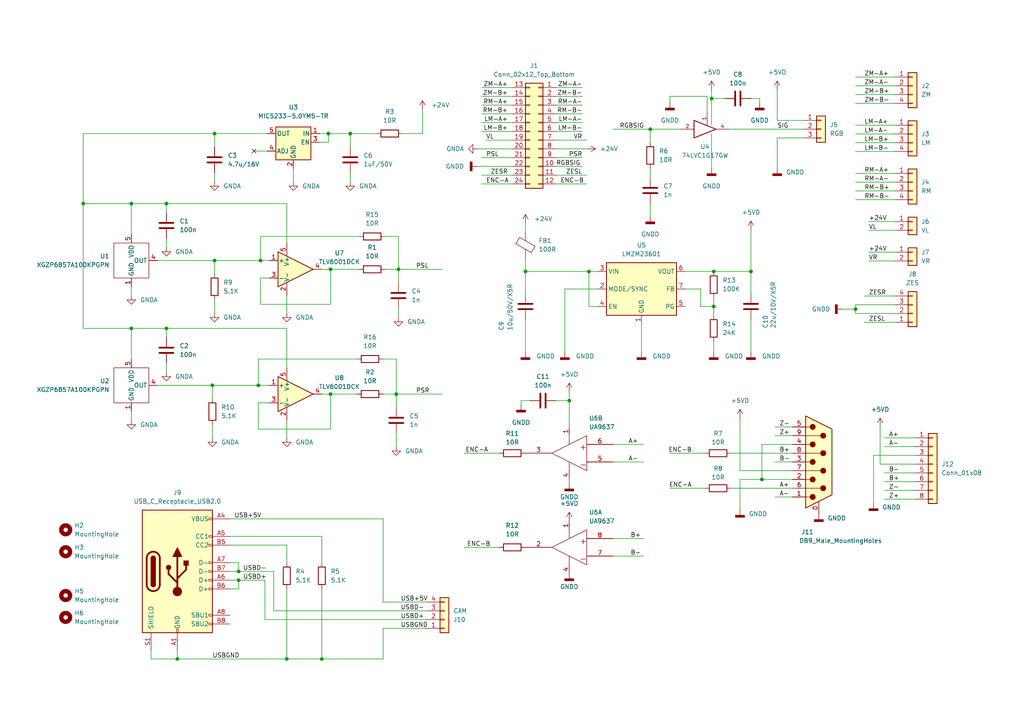
<source format=kicad_sch>
(kicad_sch (version 20211123) (generator eeschema)
  (paper "A4")
  (lib_symbols
    (symbol "74xGxx:74AHCT1G126" (pin_names (offset 1.016))
      (property "Reference" "U" (at -2.54 3.81 0))
      (property "Value" "74AHCT1G126" (at 0 -3.81 0))
      (symbol "74AHCT1G126_1_1"
        (pin input line (at 0 5.08 270) (length 3.937) (name "~") (number "1"))
        (pin input line (at -7.62 0 0) (length 3.81) (name "~") (number "2"))
        (pin power_in line (at 1.27 -1.27 270) (length 0) hide (name "GND") (number "3"))
        (pin tri_state line (at 6.35 0 180) (length 3.81) (name "~") (number "4"))
        (pin power_in line (at 1.27 1.27 90) (length 0) hide (name "VCC") (number "5"))
      )
    )
    (symbol "Amplifier_Operational:TLV6001DCK" (pin_names (offset 0.127))
      (property "Reference" "U" (at 7.62 2.54 0))
      (property "Value" "TLV6001DCK" (at 11.43 -2.54 0))
      (symbol "TLV6001DCK_1_1"
        (pin input line (at -5.08 2.54 0) (length 2.54) (name "+") (number "1"))
        (pin power_in line (at 0 -7.62 90) (length 3.81) (name "V-") (number "2"))
        (pin input line (at -5.08 -2.54 0) (length 2.54) (name "-") (number "3"))
        (pin output line (at 10.16 0 180) (length 2.54) (name "~") (number "4"))
        (pin power_in line (at 0 7.62 270) (length 3.81) (name "V+") (number "5"))
      )
    )
    (symbol "Connector:DB9_Male_MountingHoles" (pin_names (offset 1.016) hide)
      (property "Reference" "J" (at 0 16.51 0))
      (property "Value" "DB9_Male_MountingHoles" (at 0 14.605 0))
      (symbol "DB9_Male_MountingHoles_1_1"
        (pin passive line (at 0 -15.24 90) (length 3.81) (name "PAD") (number "0"))
        (pin passive line (at -7.62 -10.16 0) (length 3.81) (name "1") (number "1"))
        (pin passive line (at -7.62 -5.08 0) (length 3.81) (name "2") (number "2"))
        (pin passive line (at -7.62 0 0) (length 3.81) (name "3") (number "3"))
        (pin passive line (at -7.62 5.08 0) (length 3.81) (name "4") (number "4"))
        (pin passive line (at -7.62 10.16 0) (length 3.81) (name "5") (number "5"))
        (pin passive line (at -7.62 -7.62 0) (length 3.81) (name "6") (number "6"))
        (pin passive line (at -7.62 -2.54 0) (length 3.81) (name "7") (number "7"))
        (pin passive line (at -7.62 2.54 0) (length 3.81) (name "8") (number "8"))
        (pin passive line (at -7.62 7.62 0) (length 3.81) (name "9") (number "9"))
      )
    )
    (symbol "Connector:USB_C_Receptacle_USB2.0" (pin_names (offset 1.016))
      (property "Reference" "J" (at -10.16 19.05 0))
      (property "Value" "USB_C_Receptacle_USB2.0" (at 19.05 19.05 0))
      (symbol "USB_C_Receptacle_USB2.0_1_1"
        (pin passive line (at 0 -22.86 90) (length 5.08) (name "GND") (number "A1"))
        (pin passive line (at 0 -22.86 90) (length 5.08) hide (name "GND") (number "A12"))
        (pin passive line (at 15.24 15.24 180) (length 5.08) (name "VBUS") (number "A4"))
        (pin bidirectional line (at 15.24 10.16 180) (length 5.08) (name "CC1") (number "A5"))
        (pin bidirectional line (at 15.24 -2.54 180) (length 5.08) (name "D+") (number "A6"))
        (pin bidirectional line (at 15.24 2.54 180) (length 5.08) (name "D-") (number "A7"))
        (pin bidirectional line (at 15.24 -12.7 180) (length 5.08) (name "SBU1") (number "A8"))
        (pin passive line (at 15.24 15.24 180) (length 5.08) hide (name "VBUS") (number "A9"))
        (pin passive line (at 0 -22.86 90) (length 5.08) hide (name "GND") (number "B1"))
        (pin passive line (at 0 -22.86 90) (length 5.08) hide (name "GND") (number "B12"))
        (pin passive line (at 15.24 15.24 180) (length 5.08) hide (name "VBUS") (number "B4"))
        (pin bidirectional line (at 15.24 7.62 180) (length 5.08) (name "CC2") (number "B5"))
        (pin bidirectional line (at 15.24 -5.08 180) (length 5.08) (name "D+") (number "B6"))
        (pin bidirectional line (at 15.24 0 180) (length 5.08) (name "D-") (number "B7"))
        (pin bidirectional line (at 15.24 -15.24 180) (length 5.08) (name "SBU2") (number "B8"))
        (pin passive line (at 15.24 15.24 180) (length 5.08) hide (name "VBUS") (number "B9"))
        (pin passive line (at -7.62 -22.86 90) (length 5.08) (name "SHIELD") (number "S1"))
      )
    )
    (symbol "Connector_Generic:Conn_01x02" (pin_names (offset 1.016) hide)
      (property "Reference" "J" (at 0 2.54 0))
      (property "Value" "Conn_01x02" (at 0 -5.08 0))
      (symbol "Conn_01x02_1_1"
        (pin passive line (at -5.08 0 0) (length 3.81) (name "Pin_1") (number "1"))
        (pin passive line (at -5.08 -2.54 0) (length 3.81) (name "Pin_2") (number "2"))
      )
    )
    (symbol "Connector_Generic:Conn_01x03" (pin_names (offset 1.016) hide)
      (property "Reference" "J" (at 0 5.08 0))
      (property "Value" "Conn_01x03" (at 0 -5.08 0))
      (symbol "Conn_01x03_1_1"
        (pin passive line (at -5.08 2.54 0) (length 3.81) (name "Pin_1") (number "1"))
        (pin passive line (at -5.08 0 0) (length 3.81) (name "Pin_2") (number "2"))
        (pin passive line (at -5.08 -2.54 0) (length 3.81) (name "Pin_3") (number "3"))
      )
    )
    (symbol "Connector_Generic:Conn_01x04" (pin_names (offset 1.016) hide)
      (property "Reference" "J" (at 0 5.08 0))
      (property "Value" "Conn_01x04" (at 0 -7.62 0))
      (symbol "Conn_01x04_1_1"
        (pin passive line (at -5.08 2.54 0) (length 3.81) (name "Pin_1") (number "1"))
        (pin passive line (at -5.08 0 0) (length 3.81) (name "Pin_2") (number "2"))
        (pin passive line (at -5.08 -2.54 0) (length 3.81) (name "Pin_3") (number "3"))
        (pin passive line (at -5.08 -5.08 0) (length 3.81) (name "Pin_4") (number "4"))
      )
    )
    (symbol "Connector_Generic:Conn_01x08" (pin_names (offset 1.016) hide)
      (property "Reference" "J" (at 0 10.16 0))
      (property "Value" "Conn_01x08" (at 0 -12.7 0))
      (symbol "Conn_01x08_1_1"
        (pin passive line (at -5.08 7.62 0) (length 3.81) (name "Pin_1") (number "1"))
        (pin passive line (at -5.08 5.08 0) (length 3.81) (name "Pin_2") (number "2"))
        (pin passive line (at -5.08 2.54 0) (length 3.81) (name "Pin_3") (number "3"))
        (pin passive line (at -5.08 0 0) (length 3.81) (name "Pin_4") (number "4"))
        (pin passive line (at -5.08 -2.54 0) (length 3.81) (name "Pin_5") (number "5"))
        (pin passive line (at -5.08 -5.08 0) (length 3.81) (name "Pin_6") (number "6"))
        (pin passive line (at -5.08 -7.62 0) (length 3.81) (name "Pin_7") (number "7"))
        (pin passive line (at -5.08 -10.16 0) (length 3.81) (name "Pin_8") (number "8"))
      )
    )
    (symbol "Connector_Generic:Conn_02x12_Top_Bottom" (pin_names (offset 1.016) hide)
      (property "Reference" "J" (at 1.27 15.24 0))
      (property "Value" "Conn_02x12_Top_Bottom" (at 1.27 -17.78 0))
      (symbol "Conn_02x12_Top_Bottom_1_1"
        (pin passive line (at -5.08 12.7 0) (length 3.81) (name "Pin_1") (number "1"))
        (pin passive line (at -5.08 -10.16 0) (length 3.81) (name "Pin_10") (number "10"))
        (pin passive line (at -5.08 -12.7 0) (length 3.81) (name "Pin_11") (number "11"))
        (pin passive line (at -5.08 -15.24 0) (length 3.81) (name "Pin_12") (number "12"))
        (pin passive line (at 7.62 12.7 180) (length 3.81) (name "Pin_13") (number "13"))
        (pin passive line (at 7.62 10.16 180) (length 3.81) (name "Pin_14") (number "14"))
        (pin passive line (at 7.62 7.62 180) (length 3.81) (name "Pin_15") (number "15"))
        (pin passive line (at 7.62 5.08 180) (length 3.81) (name "Pin_16") (number "16"))
        (pin passive line (at 7.62 2.54 180) (length 3.81) (name "Pin_17") (number "17"))
        (pin passive line (at 7.62 0 180) (length 3.81) (name "Pin_18") (number "18"))
        (pin passive line (at 7.62 -2.54 180) (length 3.81) (name "Pin_19") (number "19"))
        (pin passive line (at -5.08 10.16 0) (length 3.81) (name "Pin_2") (number "2"))
        (pin passive line (at 7.62 -5.08 180) (length 3.81) (name "Pin_20") (number "20"))
        (pin passive line (at 7.62 -7.62 180) (length 3.81) (name "Pin_21") (number "21"))
        (pin passive line (at 7.62 -10.16 180) (length 3.81) (name "Pin_22") (number "22"))
        (pin passive line (at 7.62 -12.7 180) (length 3.81) (name "Pin_23") (number "23"))
        (pin passive line (at 7.62 -15.24 180) (length 3.81) (name "Pin_24") (number "24"))
        (pin passive line (at -5.08 7.62 0) (length 3.81) (name "Pin_3") (number "3"))
        (pin passive line (at -5.08 5.08 0) (length 3.81) (name "Pin_4") (number "4"))
        (pin passive line (at -5.08 2.54 0) (length 3.81) (name "Pin_5") (number "5"))
        (pin passive line (at -5.08 0 0) (length 3.81) (name "Pin_6") (number "6"))
        (pin passive line (at -5.08 -2.54 0) (length 3.81) (name "Pin_7") (number "7"))
        (pin passive line (at -5.08 -5.08 0) (length 3.81) (name "Pin_8") (number "8"))
        (pin passive line (at -5.08 -7.62 0) (length 3.81) (name "Pin_9") (number "9"))
      )
    )
    (symbol "Device:C" (pin_numbers hide) (pin_names (offset 0.254))
      (property "Reference" "C" (at 0.635 2.54 0))
      (property "Value" "C" (at 0.635 -2.54 0))
      (symbol "C_1_1"
        (pin passive line (at 0 3.81 270) (length 2.794) (name "~") (number "1"))
        (pin passive line (at 0 -3.81 90) (length 2.794) (name "~") (number "2"))
      )
    )
    (symbol "Device:FerriteBead" (pin_numbers hide) (pin_names (offset 0))
      (property "Reference" "FB" (at -3.81 0.635 90))
      (property "Value" "FerriteBead" (at 3.81 0 90))
      (symbol "FerriteBead_1_1"
        (pin passive line (at 0 3.81 270) (length 2.54) (name "~") (number "1"))
        (pin passive line (at 0 -3.81 90) (length 2.54) (name "~") (number "2"))
      )
    )
    (symbol "Device:R" (pin_numbers hide) (pin_names (offset 0))
      (property "Reference" "R" (at 2.032 0 90))
      (property "Value" "R" (at 0 0 90))
      (symbol "R_1_1"
        (pin passive line (at 0 3.81 270) (length 1.27) (name "~") (number "1"))
        (pin passive line (at 0 -3.81 90) (length 1.27) (name "~") (number "2"))
      )
    )
    (symbol "Interface_LineDriver:UA9637" (pin_names (offset 1.016) hide)
      (property "Reference" "U" (at -5.08 7.62 0))
      (property "Value" "UA9637" (at 5.08 5.08 0))
      (symbol "UA9637_0_1"
        (text "+" (at -4.064 1.8034 0) (effects (font (size 1.778 1.778))))
        (text "-" (at -4.064 -3.2766 0) (effects (font (size 1.778 1.778))))
      )
      (symbol "UA9637_1_1"
        (pin power_in line (at 0 7.62 270) (length 2.54) (name "VCC") (number "1"))
        (pin output line (at 12.7 0 180) (length 7.62) (name "OUT") (number "2"))
        (pin power_in line (at 0 -7.62 90) (length 2.54) (name "GND") (number "4"))
        (pin input line (at -12.7 -2.54 0) (length 7.62) (name "IN-") (number "7"))
        (pin input line (at -12.7 2.54 0) (length 7.62) (name "IN+") (number "8"))
      )
      (symbol "UA9637_2_1"
        (pin power_in line (at 0 7.62 270) (length 2.54) (name "VCC") (number "1"))
        (pin output line (at 12.7 0 180) (length 7.62) (name "OUT") (number "3"))
        (pin power_in line (at 0 -7.62 90) (length 2.54) (name "GND") (number "4"))
        (pin input line (at -12.7 -2.54 0) (length 7.62) (name "IN-") (number "5"))
        (pin input line (at -12.7 2.54 0) (length 7.62) (name "IN+") (number "6"))
      )
    )
    (symbol "Mechanical:MountingHole" (pin_names (offset 1.016))
      (property "Reference" "H" (at 0 5.08 0))
      (property "Value" "MountingHole" (at 0 3.175 0))
    )
    (symbol "Project:XGZP6857A"
      (property "Reference" "U" (at -16.51 0 0))
      (property "Value" "XGZP6857A" (at -11.43 -2.54 0))
      (symbol "XGZP6857A_1_1"
        (pin power_in line (at 0 -7.62 90) (length 2.54) (name "GND") (number "1"))
        (pin power_in line (at 7.62 0 180) (length 2.54) (name "OUT") (number "4"))
        (pin power_in line (at 0 7.62 270) (length 2.54) (name "VDD") (number "5"))
      )
    )
    (symbol "Regulator_Linear:MIC5205YM5" (pin_names (offset 0.254))
      (property "Reference" "U" (at -3.81 5.715 0))
      (property "Value" "MIC5205YM5" (at 0 5.715 0))
      (symbol "MIC5205YM5_1_1"
        (pin power_in line (at -7.62 2.54 0) (length 2.54) (name "IN") (number "1"))
        (pin power_in line (at 0 -7.62 90) (length 2.54) (name "GND") (number "2"))
        (pin input line (at -7.62 0 0) (length 2.54) (name "EN") (number "3"))
        (pin input line (at 7.62 -2.54 180) (length 2.54) (name "ADJ") (number "4"))
        (pin power_out line (at 7.62 2.54 180) (length 2.54) (name "OUT") (number "5"))
      )
    )
    (symbol "Regulator_Switching:LMZM23601"
      (property "Reference" "U" (at -8.89 8.89 0))
      (property "Value" "LMZM23601" (at 6.35 8.89 0))
      (symbol "LMZM23601_1_1"
        (pin power_in line (at 0 -10.16 90) (length 2.54) (name "GND") (number "1"))
        (pin no_connect line (at -2.54 -7.62 90) (length 2.54) hide (name "~") (number "10"))
        (pin passive line (at 0 -10.16 90) (length 2.54) hide (name "GND") (number "11"))
        (pin input line (at -12.7 0 0) (length 2.54) (name "MODE/SYNC") (number "2"))
        (pin power_in line (at -12.7 5.08 0) (length 2.54) (name "VIN") (number "3"))
        (pin input line (at -12.7 -5.08 0) (length 2.54) (name "EN") (number "4"))
        (pin open_collector line (at 12.7 -5.08 180) (length 2.54) (name "PG") (number "5"))
        (pin power_out line (at 12.7 5.08 180) (length 2.54) (name "VOUT") (number "6"))
        (pin input line (at 12.7 0 180) (length 2.54) (name "FB") (number "7"))
        (pin no_connect line (at 5.08 -7.62 90) (length 2.54) hide (name "~") (number "8"))
        (pin no_connect line (at 2.54 -7.62 90) (length 2.54) hide (name "~") (number "9"))
      )
    )
    (symbol "XGZP6857A_1"
      (property "Reference" "U" (at -16.51 0 0))
      (property "Value" "XGZP6857A_1" (at -11.43 -2.54 0))
      (symbol "XGZP6857A_1_1_1"
        (pin power_in line (at 0 -7.62 90) (length 2.54) (name "GND") (number "1"))
        (pin power_in line (at 7.62 0 180) (length 2.54) (name "OUT") (number "4"))
        (pin power_in line (at 0 7.62 270) (length 2.54) (name "VDD") (number "5"))
      )
    )
    (symbol "power:+24V" (power) (pin_names (offset 0))
      (property "Value" "+24V" (at 0 3.556 0))
      (symbol "+24V_1_1"
        (pin power_in line (at 0 0 90) (length 0) hide (name "+24V") (number "1"))
      )
    )
    (symbol "power:+5VD" (power) (pin_names (offset 0))
      (property "Value" "+5VD" (at 0 3.556 0))
      (symbol "+5VD_1_1"
        (pin power_in line (at 0 0 90) (length 0) hide (name "+5VD") (number "1"))
      )
    )
    (symbol "power:GNDA" (power) (pin_names (offset 0))
      (property "Value" "GNDA" (at 0 -3.81 0))
      (symbol "GNDA_1_1"
        (pin power_in line (at 0 0 270) (length 0) hide (name "GNDA") (number "1"))
      )
    )
    (symbol "power:GNDD" (power) (pin_names (offset 0))
      (property "Value" "GNDD" (at 0 -3.175 0))
      (symbol "GNDD_1_1"
        (pin power_in line (at 0 0 270) (length 0) hide (name "GNDD") (number "1"))
      )
    )
  )
  (junction (at 206.375 28.575))
  (junction (at 165.1 116.205))
  (junction (at 38.1 59.055))
  (junction (at 69.215 165.735))
  (junction (at 95.885 78.105))
  (junction (at 248.158 89.662))
  (junction (at 38.1 95.25))
  (junction (at 51.435 191.135))
  (junction (at 24.13 59.055))
  (junction (at 69.215 168.275))
  (junction (at 75.565 75.565))
  (junction (at 62.23 75.565))
  (junction (at 48.26 59.055))
  (junction (at 207.01 88.9))
  (junction (at 101.6 38.735))
  (junction (at 74.93 111.76))
  (junction (at 93.345 191.135))
  (junction (at 217.805 78.74))
  (junction (at 95.885 114.3))
  (junction (at 207.01 78.74))
  (junction (at 83.185 191.135))
  (junction (at 48.26 95.25))
  (junction (at 170.815 78.74))
  (junction (at 62.23 38.735))
  (junction (at 95.25 38.735))
  (junction (at 115.57 78.105))
  (junction (at 61.595 111.76))
  (junction (at 152.4 78.74))
  (junction (at 188.595 37.465))
  (junction (at 114.935 114.3))
  (junction (at 220.98 139.065))
  (no_connect (at 73.66 43.815))
  (wire (pts (xy 207.01 88.9) (xy 207.01 91.44)))
  (wire (pts (xy 173.355 88.9) (xy 170.815 88.9)))
  (wire (pts (xy 212.09 131.445) (xy 229.87 131.445)))
  (wire (pts (xy 95.885 114.3) (xy 103.505 114.3)))
  (wire (pts (xy 206.375 28.575) (xy 206.375 36.195)))
  (wire (pts (xy 38.1 59.055) (xy 38.1 67.945)))
  (wire (pts (xy 251.968 73.152) (xy 259.588 73.152)))
  (wire (pts (xy 229.87 139.065) (xy 220.98 139.065)))
  (wire (pts (xy 188.595 37.465) (xy 197.485 37.465)))
  (wire (pts (xy 203.2 83.82) (xy 203.2 88.9)))
  (wire (pts (xy 248.158 36.322) (xy 259.588 36.322)))
  (wire (pts (xy 170.815 78.74) (xy 173.355 78.74)))
  (wire (pts (xy 66.675 150.495) (xy 111.125 150.495)))
  (wire (pts (xy 92.71 41.275) (xy 95.25 41.275)))
  (wire (pts (xy 256.54 129.54) (xy 265.43 129.54)))
  (wire (pts (xy 186.055 93.98) (xy 186.055 102.235)))
  (wire (pts (xy 161.29 40.64) (xy 170.18 40.64)))
  (wire (pts (xy 85.09 48.895) (xy 85.09 52.705)))
  (wire (pts (xy 74.93 104.14) (xy 74.93 111.76)))
  (wire (pts (xy 24.13 59.055) (xy 24.13 38.735)))
  (wire (pts (xy 168.91 27.94) (xy 161.29 27.94)))
  (wire (pts (xy 206.375 38.735) (xy 206.375 48.895)))
  (wire (pts (xy 253.365 146.05) (xy 253.365 132.08)))
  (wire (pts (xy 206.375 26.035) (xy 206.375 28.575)))
  (wire (pts (xy 134.62 131.445) (xy 144.78 131.445)))
  (wire (pts (xy 83.185 95.25) (xy 48.26 95.25)))
  (wire (pts (xy 115.57 78.105) (xy 111.76 78.105)))
  (wire (pts (xy 225.425 40.005) (xy 233.045 40.005)))
  (wire (pts (xy 165.1 139.065) (xy 165.1 140.335)))
  (wire (pts (xy 138.43 43.18) (xy 148.59 43.18)))
  (wire (pts (xy 225.425 34.925) (xy 233.045 34.925)))
  (wire (pts (xy 66.675 155.575) (xy 93.345 155.575)))
  (wire (pts (xy 168.91 33.02) (xy 161.29 33.02)))
  (wire (pts (xy 148.59 27.94) (xy 139.7 27.94)))
  (wire (pts (xy 93.345 155.575) (xy 93.345 163.195)))
  (wire (pts (xy 48.26 59.055) (xy 38.1 59.055)))
  (wire (pts (xy 104.14 68.58) (xy 75.565 68.58)))
  (wire (pts (xy 69.215 168.275) (xy 76.835 168.275)))
  (wire (pts (xy 168.91 30.48) (xy 161.29 30.48)))
  (wire (pts (xy 250.698 93.472) (xy 259.588 93.472)))
  (wire (pts (xy 115.57 78.105) (xy 128.27 78.105)))
  (wire (pts (xy 74.93 124.46) (xy 95.885 124.46)))
  (wire (pts (xy 168.91 25.4) (xy 161.29 25.4)))
  (wire (pts (xy 217.805 28.575) (xy 220.345 28.575)))
  (wire (pts (xy 177.8 133.985) (xy 186.69 133.985)))
  (wire (pts (xy 152.4 78.74) (xy 170.815 78.74)))
  (wire (pts (xy 78.105 80.645) (xy 75.565 80.645)))
  (wire (pts (xy 214.63 121.285) (xy 214.63 136.525)))
  (wire (pts (xy 148.59 48.26) (xy 138.43 48.26)))
  (wire (pts (xy 66.675 165.735) (xy 69.215 165.735)))
  (wire (pts (xy 188.595 41.275) (xy 188.595 37.465)))
  (wire (pts (xy 177.8 37.465) (xy 188.595 37.465)))
  (wire (pts (xy 210.185 28.575) (xy 206.375 28.575)))
  (wire (pts (xy 115.57 89.535) (xy 115.57 92.075)))
  (wire (pts (xy 79.375 165.735) (xy 79.375 177.165)))
  (wire (pts (xy 194.31 27.94) (xy 194.31 29.845)))
  (wire (pts (xy 62.23 86.995) (xy 62.23 90.805)))
  (wire (pts (xy 248.158 29.972) (xy 259.588 29.972)))
  (wire (pts (xy 163.83 83.82) (xy 173.355 83.82)))
  (wire (pts (xy 76.835 179.705) (xy 123.825 179.705)))
  (wire (pts (xy 188.595 48.895) (xy 188.595 51.435)))
  (wire (pts (xy 61.595 111.76) (xy 61.595 115.57)))
  (wire (pts (xy 161.29 116.205) (xy 165.1 116.205)))
  (wire (pts (xy 255.27 134.62) (xy 255.27 123.825)))
  (wire (pts (xy 111.76 68.58) (xy 115.57 68.58)))
  (wire (pts (xy 78.105 116.84) (xy 74.93 116.84)))
  (wire (pts (xy 114.935 104.14) (xy 111.125 104.14)))
  (wire (pts (xy 48.26 61.595) (xy 48.26 59.055)))
  (wire (pts (xy 134.62 158.75) (xy 144.78 158.75)))
  (wire (pts (xy 66.675 168.275) (xy 69.215 168.275)))
  (wire (pts (xy 256.54 144.78) (xy 265.43 144.78)))
  (wire (pts (xy 163.83 83.82) (xy 163.83 102.235)))
  (wire (pts (xy 93.345 78.105) (xy 95.885 78.105)))
  (wire (pts (xy 194.31 27.94) (xy 205.105 27.94)))
  (wire (pts (xy 248.158 89.662) (xy 248.158 88.392)))
  (wire (pts (xy 250.698 85.852) (xy 259.588 85.852)))
  (wire (pts (xy 95.25 38.735) (xy 101.6 38.735)))
  (wire (pts (xy 43.815 188.595) (xy 43.815 191.135)))
  (wire (pts (xy 244.348 89.662) (xy 248.158 89.662)))
  (wire (pts (xy 152.4 74.93) (xy 152.4 78.74)))
  (wire (pts (xy 165.1 113.665) (xy 165.1 116.205)))
  (wire (pts (xy 211.455 37.465) (xy 233.045 37.465)))
  (wire (pts (xy 148.59 25.4) (xy 139.7 25.4)))
  (wire (pts (xy 177.8 156.21) (xy 186.69 156.21)))
  (wire (pts (xy 38.1 95.25) (xy 38.1 104.14)))
  (wire (pts (xy 62.23 50.165) (xy 62.23 52.705)))
  (wire (pts (xy 95.885 78.105) (xy 104.14 78.105)))
  (wire (pts (xy 170.18 53.34) (xy 161.29 53.34)))
  (wire (pts (xy 83.185 59.055) (xy 48.26 59.055)))
  (wire (pts (xy 220.98 139.065) (xy 214.63 139.065)))
  (wire (pts (xy 95.25 41.275) (xy 95.25 38.735)))
  (wire (pts (xy 207.01 86.36) (xy 207.01 88.9)))
  (wire (pts (xy 61.595 111.76) (xy 74.93 111.76)))
  (wire (pts (xy 214.63 139.065) (xy 214.63 147.955)))
  (wire (pts (xy 152.4 85.09) (xy 152.4 78.74)))
  (wire (pts (xy 251.968 64.262) (xy 259.588 64.262)))
  (wire (pts (xy 95.885 88.265) (xy 95.885 78.105)))
  (wire (pts (xy 116.84 38.735) (xy 122.555 38.735)))
  (wire (pts (xy 24.13 38.735) (xy 62.23 38.735)))
  (wire (pts (xy 248.158 57.912) (xy 259.588 57.912)))
  (wire (pts (xy 48.26 97.79) (xy 48.26 95.25)))
  (wire (pts (xy 74.93 104.14) (xy 103.505 104.14)))
  (wire (pts (xy 152.4 92.71) (xy 152.4 102.235)))
  (wire (pts (xy 38.1 119.38) (xy 38.1 121.92)))
  (wire (pts (xy 170.18 50.8) (xy 161.29 50.8)))
  (wire (pts (xy 177.8 128.905) (xy 186.69 128.905)))
  (wire (pts (xy 45.72 111.76) (xy 61.595 111.76)))
  (wire (pts (xy 93.345 191.135) (xy 83.185 191.135)))
  (wire (pts (xy 170.815 88.9) (xy 170.815 78.74)))
  (wire (pts (xy 148.59 40.64) (xy 140.97 40.64)))
  (wire (pts (xy 75.565 75.565) (xy 62.23 75.565)))
  (wire (pts (xy 95.885 124.46) (xy 95.885 114.3)))
  (wire (pts (xy 220.98 128.905) (xy 220.98 139.065)))
  (wire (pts (xy 194.31 131.445) (xy 204.47 131.445)))
  (wire (pts (xy 111.125 150.495) (xy 111.125 174.625)))
  (wire (pts (xy 73.66 43.815) (xy 77.47 43.815)))
  (wire (pts (xy 229.87 126.365) (xy 224.79 126.365)))
  (wire (pts (xy 198.755 83.82) (xy 203.2 83.82)))
  (wire (pts (xy 92.71 38.735) (xy 95.25 38.735)))
  (wire (pts (xy 168.91 38.1) (xy 161.29 38.1)))
  (wire (pts (xy 101.6 38.735) (xy 101.6 42.545)))
  (wire (pts (xy 114.935 114.3) (xy 114.935 104.14)))
  (wire (pts (xy 177.8 161.29) (xy 186.69 161.29)))
  (wire (pts (xy 248.158 27.432) (xy 259.588 27.432)))
  (wire (pts (xy 139.7 45.72) (xy 148.59 45.72)))
  (wire (pts (xy 101.6 50.165) (xy 101.6 52.705)))
  (wire (pts (xy 48.26 105.41) (xy 48.26 107.95)))
  (wire (pts (xy 75.565 80.645) (xy 75.565 88.265)))
  (wire (pts (xy 38.1 83.185) (xy 38.1 85.725)))
  (wire (pts (xy 148.59 53.34) (xy 139.7 53.34)))
  (wire (pts (xy 114.935 114.3) (xy 114.935 118.11)))
  (wire (pts (xy 115.57 68.58) (xy 115.57 78.105)))
  (wire (pts (xy 111.125 182.245) (xy 123.825 182.245)))
  (wire (pts (xy 229.87 128.905) (xy 220.98 128.905)))
  (wire (pts (xy 114.935 114.3) (xy 128.27 114.3)))
  (wire (pts (xy 111.125 191.135) (xy 93.345 191.135)))
  (wire (pts (xy 101.6 38.735) (xy 109.22 38.735)))
  (wire (pts (xy 248.158 22.352) (xy 259.588 22.352)))
  (wire (pts (xy 224.79 123.825) (xy 229.87 123.825)))
  (wire (pts (xy 74.93 116.84) (xy 74.93 124.46)))
  (wire (pts (xy 217.805 66.675) (xy 217.805 78.74)))
  (wire (pts (xy 148.59 50.8) (xy 139.7 50.8)))
  (wire (pts (xy 38.1 59.055) (xy 24.13 59.055)))
  (wire (pts (xy 168.91 35.56) (xy 161.29 35.56)))
  (wire (pts (xy 148.59 30.48) (xy 139.7 30.48)))
  (wire (pts (xy 76.835 168.275) (xy 76.835 179.705)))
  (wire (pts (xy 83.185 158.115) (xy 66.675 158.115)))
  (wire (pts (xy 229.87 136.525) (xy 214.63 136.525)))
  (wire (pts (xy 75.565 68.58) (xy 75.565 75.565)))
  (wire (pts (xy 224.79 144.145) (xy 229.87 144.145)))
  (wire (pts (xy 69.215 170.815) (xy 69.215 168.275)))
  (wire (pts (xy 188.595 59.055) (xy 188.595 62.865)))
  (wire (pts (xy 83.185 163.195) (xy 83.185 158.115)))
  (wire (pts (xy 62.23 38.735) (xy 62.23 42.545)))
  (wire (pts (xy 225.425 40.005) (xy 225.425 48.895)))
  (wire (pts (xy 51.435 191.135) (xy 83.185 191.135)))
  (wire (pts (xy 220.345 28.575) (xy 220.345 29.845)))
  (wire (pts (xy 66.675 163.195) (xy 69.215 163.195)))
  (wire (pts (xy 69.215 163.195) (xy 69.215 165.735)))
  (wire (pts (xy 111.125 182.245) (xy 111.125 191.135)))
  (wire (pts (xy 248.158 38.862) (xy 259.588 38.862)))
  (wire (pts (xy 161.29 48.26) (xy 168.91 48.26)))
  (wire (pts (xy 38.1 95.25) (xy 24.13 95.25)))
  (wire (pts (xy 203.2 88.9) (xy 207.01 88.9)))
  (wire (pts (xy 170.18 43.18) (xy 161.29 43.18)))
  (wire (pts (xy 256.54 139.7) (xy 265.43 139.7)))
  (wire (pts (xy 205.105 32.385) (xy 205.105 27.94)))
  (wire (pts (xy 248.158 88.392) (xy 259.588 88.392)))
  (wire (pts (xy 83.185 106.68) (xy 83.185 95.25)))
  (wire (pts (xy 83.185 191.135) (xy 83.185 170.815)))
  (wire (pts (xy 115.57 78.105) (xy 115.57 81.915)))
  (wire (pts (xy 79.375 177.165) (xy 123.825 177.165)))
  (wire (pts (xy 207.01 78.74) (xy 217.805 78.74)))
  (wire (pts (xy 93.345 114.3) (xy 95.885 114.3)))
  (wire (pts (xy 151.13 116.205) (xy 151.13 117.475)))
  (wire (pts (xy 248.158 90.932) (xy 259.588 90.932)))
  (wire (pts (xy 248.158 52.832) (xy 259.588 52.832)))
  (wire (pts (xy 148.59 38.1) (xy 139.7 38.1)))
  (wire (pts (xy 248.158 41.402) (xy 259.588 41.402)))
  (wire (pts (xy 69.215 165.735) (xy 79.375 165.735)))
  (wire (pts (xy 61.595 123.19) (xy 61.595 127)))
  (wire (pts (xy 93.345 170.815) (xy 93.345 191.135)))
  (wire (pts (xy 248.158 50.292) (xy 259.588 50.292)))
  (wire (pts (xy 148.59 33.02) (xy 139.7 33.02)))
  (wire (pts (xy 212.09 141.605) (xy 229.87 141.605)))
  (wire (pts (xy 62.23 75.565) (xy 45.72 75.565)))
  (wire (pts (xy 43.815 191.135) (xy 51.435 191.135)))
  (wire (pts (xy 83.185 70.485) (xy 83.185 59.055)))
  (wire (pts (xy 75.565 88.265) (xy 95.885 88.265)))
  (wire (pts (xy 248.158 90.932) (xy 248.158 89.662)))
  (wire (pts (xy 256.54 142.24) (xy 265.43 142.24)))
  (wire (pts (xy 194.31 141.605) (xy 204.47 141.605)))
  (wire (pts (xy 251.968 66.802) (xy 259.588 66.802)))
  (wire (pts (xy 148.59 35.56) (xy 139.7 35.56)))
  (wire (pts (xy 74.93 111.76) (xy 78.105 111.76)))
  (wire (pts (xy 62.23 75.565) (xy 62.23 79.375)))
  (wire (pts (xy 24.13 59.055) (xy 24.13 95.25)))
  (wire (pts (xy 168.91 45.72) (xy 161.29 45.72)))
  (wire (pts (xy 83.185 85.725) (xy 83.185 90.805)))
  (wire (pts (xy 224.79 133.985) (xy 229.87 133.985)))
  (wire (pts (xy 111.125 174.625) (xy 123.825 174.625)))
  (wire (pts (xy 198.755 78.74) (xy 207.01 78.74)))
  (wire (pts (xy 62.23 38.735) (xy 77.47 38.735)))
  (wire (pts (xy 114.935 125.73) (xy 114.935 129.54)))
  (wire (pts (xy 248.158 24.892) (xy 259.588 24.892)))
  (wire (pts (xy 51.435 191.135) (xy 51.435 188.595)))
  (wire (pts (xy 217.805 78.74) (xy 217.805 85.09)))
  (wire (pts (xy 217.805 92.71) (xy 217.805 102.235)))
  (wire (pts (xy 248.158 55.372) (xy 259.588 55.372)))
  (wire (pts (xy 251.968 75.692) (xy 259.588 75.692)))
  (wire (pts (xy 122.555 31.75) (xy 122.555 38.735)))
  (wire (pts (xy 48.26 95.25) (xy 38.1 95.25)))
  (wire (pts (xy 152.4 64.77) (xy 152.4 67.31)))
  (wire (pts (xy 256.54 137.16) (xy 265.43 137.16)))
  (wire (pts (xy 207.01 99.06) (xy 207.01 102.235)))
  (wire (pts (xy 48.26 69.215) (xy 48.26 71.755)))
  (wire (pts (xy 111.125 114.3) (xy 114.935 114.3)))
  (wire (pts (xy 265.43 134.62) (xy 255.27 134.62)))
  (wire (pts (xy 153.67 116.205) (xy 151.13 116.205)))
  (wire (pts (xy 78.105 75.565) (xy 75.565 75.565)))
  (wire (pts (xy 83.185 121.92) (xy 83.185 127)))
  (wire (pts (xy 165.1 116.205) (xy 165.1 123.825)))
  (wire (pts (xy 256.54 127) (xy 265.43 127)))
  (wire (pts (xy 248.158 43.942) (xy 259.588 43.942)))
  (wire (pts (xy 225.425 26.035) (xy 225.425 34.925)))
  (wire (pts (xy 253.365 132.08) (xy 265.43 132.08)))
  (wire (pts (xy 66.675 170.815) (xy 69.215 170.815)))
  (label "RGBSIG" (at 161.29 48.26 0))
  (label "RM-A+" (at 250.698 50.292 0))
  (label "USBD-" (at 116.205 177.165 0))
  (label "ZM-A-" (at 168.91 25.4 180))
  (label "PSL" (at 120.65 78.105 0))
  (label "VL" (at 251.968 66.802 0))
  (label "ZM-B-" (at 168.91 27.94 180))
  (label "RM-B+" (at 250.698 55.372 0))
  (label "+24V" (at 251.968 73.152 0))
  (label "ZM-B+" (at 147.32 27.94 180))
  (label "ENC-B" (at 200.66 131.445 180))
  (label "ENC-B" (at 162.56 53.34 0))
  (label "ZM-A-" (at 250.698 24.892 0))
  (label "Z-" (at 257.81 142.24 0))
  (label "ZM-B+" (at 250.698 27.432 0))
  (label "A+" (at 257.81 127 0))
  (label "VL" (at 140.97 40.64 0))
  (label "VR" (at 251.968 75.692 0))
  (label "USBD+" (at 70.485 168.275 0))
  (label "SIG" (at 225.425 37.465 0))
  (label "RM-B-" (at 168.91 33.02 180))
  (label "Z+" (at 257.81 144.78 0))
  (label "A-" (at 257.81 129.54 0))
  (label "LM-B-" (at 168.91 38.1 180))
  (label "B-" (at 226.06 133.985 0))
  (label "LM-B+" (at 147.32 38.1 180))
  (label "LM-B-" (at 250.698 43.942 0))
  (label "ENC-B" (at 142.24 158.75 180))
  (label "Z-" (at 226.06 123.825 0))
  (label "USB+5V" (at 116.205 174.625 0))
  (label "A+" (at 182.245 128.905 0))
  (label "RGBSIG" (at 179.705 37.465 0))
  (label "ZESL" (at 251.968 93.472 0))
  (label "B+" (at 226.06 131.445 0))
  (label "RM-A+" (at 147.32 30.48 180))
  (label "ZESR" (at 251.968 85.852 0))
  (label "LM-A+" (at 147.32 35.56 180))
  (label "USBD+" (at 116.205 179.705 0))
  (label "ZESL" (at 168.91 50.8 180))
  (label "B-" (at 257.81 137.16 0))
  (label "RM-B-" (at 250.698 57.912 0))
  (label "Z+" (at 226.06 126.365 0))
  (label "RM-B+" (at 147.32 33.02 180))
  (label "VR" (at 168.91 40.64 180))
  (label "A+" (at 226.06 141.605 0))
  (label "LM-B+" (at 250.698 41.402 0))
  (label "PSR" (at 120.65 114.3 0))
  (label "ZM-B-" (at 250.698 29.972 0))
  (label "LM-A-" (at 168.91 35.56 180))
  (label "B-" (at 182.88 161.29 0))
  (label "ENC-A" (at 140.97 53.34 0))
  (label "PSR" (at 168.91 45.72 180))
  (label "USBD-" (at 70.485 165.735 0))
  (label "ZM-A+" (at 250.698 22.352 0))
  (label "B+" (at 182.88 156.21 0))
  (label "LM-A+" (at 250.698 36.322 0))
  (label "USBGND" (at 116.205 182.245 0))
  (label "RM-A-" (at 168.91 30.48 180))
  (label "A-" (at 226.06 144.145 0))
  (label "LM-A-" (at 250.698 38.862 0))
  (label "PSL" (at 140.97 45.72 0))
  (label "B+" (at 257.81 139.7 0))
  (label "USB+5V" (at 67.945 150.495 0))
  (label "ENC-A" (at 200.66 141.605 180))
  (label "ZM-A+" (at 147.32 25.4 180))
  (label "+24V" (at 251.968 64.262 0))
  (label "ENC-A" (at 141.605 131.445 180))
  (label "A-" (at 182.245 133.985 0))
  (label "RM-A-" (at 250.698 52.832 0))
  (label "USBGND" (at 61.595 191.135 0))
  (label "ZESR" (at 147.32 50.8 180))
  (symbol (lib_id "power:GNDD") (at 138.43 48.26 270) (mirror x) (unit 1)
    (property "Reference" "#PWR0107" (effects hide))
    (property "Value" "GNDD" (at 134.62 48.2601 90) (effects (justify right)))
  )
  (symbol (lib_id "Device:R") (at 207.01 82.55 180) (unit 1)
    (property "Reference" "R13" (at 209.55 81.2799 0) (effects (justify right)))
    (property "Value" "100K" (at 209.55 83.8199 0) (effects (justify right)))
    (property "Footprint" "Resistor_SMD:R_0603_1608Metric" (effects hide))
    (property "LCSC" "C25803" (effects hide))
  )
  (symbol (lib_id "Device:C") (at 48.26 65.405 0) (unit 1)
    (property "Reference" "C1" (at 52.07 64.1349 0) (effects (justify left)))
    (property "Value" "100n" (at 52.07 66.6749 0) (effects (justify left)))
    (property "Footprint" "Capacitor_SMD:C_0603_1608Metric" (effects hide))
    (property "LCSC" "C14663" (effects hide))
  )
  (symbol (lib_id "power:GNDD") (at 186.055 102.235 0) (unit 1)
    (property "Reference" "#PWR0124" (effects hide))
    (property "Value" "GNDD" (at 189.23 103.3144 0) (effects (justify left)))
  )
  (symbol (lib_id "Device:R") (at 148.59 158.75 270) (unit 1)
    (property "Reference" "R12" (at 148.59 152.4 90))
    (property "Value" "10R" (at 148.59 154.94 90))
    (property "Footprint" "Resistor_SMD:R_0603_1608Metric" (effects hide))
    (property "LCSC" "C22859" (effects hide))
  )
  (symbol (lib_id "power:+5VD") (at 225.425 26.035 0) (unit 1)
    (property "Reference" "#PWR0132" (effects hide))
    (property "Value" "+5VD" (at 225.425 20.955 0))
  )
  (symbol (lib_id "Connector_Generic:Conn_01x04") (at 264.668 52.832 0) (unit 1)
    (property "Reference" "J4" (at 267.208 52.8319 0) (effects (justify left)))
    (property "Value" "RM" (at 267.208 55.3719 0) (effects (justify left)))
    (property "Footprint" "Connector_JST:JST_XH_B4B-XH-A_1x04_P2.50mm_Vertical" (effects hide))
  )
  (symbol (lib_id "Device:C") (at 101.6 46.355 0) (unit 1)
    (property "Reference" "C6" (at 105.41 45.0849 0) (effects (justify left)))
    (property "Value" "1uF/50V" (at 105.41 47.6249 0) (effects (justify left)))
    (property "Footprint" "Capacitor_SMD:C_0805_2012Metric" (effects hide))
    (property "LCSC" "C28323" (effects hide))
  )
  (symbol (lib_id "Amplifier_Operational:TLV6001DCK") (at 83.185 114.3 0) (unit 1)
    (property "Reference" "U8" (at 98.425 109.601 0))
    (property "Value" "TLV6001DCK" (at 98.425 112.141 0))
    (property "Footprint" "Package_TO_SOT_SMD:SOT-353_SC-70-5" (effects hide))
    (property "Datasheet" "http://www.ti.com/lit/ds/symlink/tlv6001.pdf" (effects hide))
    (property "LCSC" "C2059411" (effects hide))
  )
  (symbol (lib_id "Device:C") (at 213.995 28.575 90) (unit 1)
    (property "Reference" "C8" (at 213.995 21.59 90))
    (property "Value" "100n" (at 213.995 24.13 90))
    (property "Footprint" "Capacitor_SMD:C_0603_1608Metric" (effects hide))
    (property "LCSC" "C14663" (effects hide))
  )
  (symbol (lib_id "power:GNDD") (at 165.1 166.37 0) (mirror y) (unit 1)
    (property "Reference" "#PWR0139" (effects hide))
    (property "Value" "GNDD" (at 165.1 170.18 0))
  )
  (symbol (lib_id "Device:R") (at 62.23 83.185 180) (unit 1)
    (property "Reference" "R9" (at 64.77 81.9149 0) (effects (justify right)))
    (property "Value" "5.1K" (at 64.77 84.4549 0) (effects (justify right)))
    (property "Footprint" "Resistor_SMD:R_0603_1608Metric" (effects hide))
    (property "LCSC" "C23186" (effects hide))
  )
  (symbol (lib_id "Amplifier_Operational:TLV6001DCK") (at 83.185 78.105 0) (unit 1)
    (property "Reference" "U7" (at 98.425 73.406 0))
    (property "Value" "TLV6001DCK" (at 98.425 75.946 0))
    (property "Footprint" "Package_TO_SOT_SMD:SOT-353_SC-70-5" (effects hide))
    (property "Datasheet" "http://www.ti.com/lit/ds/symlink/tlv6001.pdf" (effects hide))
    (property "LCSC" "C2059411" (effects hide))
  )
  (symbol (lib_id "power:GNDD") (at 206.375 48.895 0) (unit 1)
    (property "Reference" "#PWR0110" (effects hide))
    (property "Value" "GNDD" (at 206.375 53.975 0))
  )
  (symbol (lib_id "power:GNDD") (at 244.348 89.662 270) (unit 1)
    (property "Reference" "#PWR0115" (effects hide))
    (property "Value" "GNDD" (at 235.458 89.662 90) (effects (justify left)))
  )
  (symbol (lib_id "power:GNDA") (at 62.23 90.805 0) (unit 1)
    (property "Reference" "#PWR0122" (effects hide))
    (property "Value" "GNDA" (at 64.77 92.0749 0) (effects (justify left)))
  )
  (symbol (lib_id "Connector_Generic:Conn_01x04") (at 264.668 38.862 0) (unit 1)
    (property "Reference" "J3" (at 267.208 38.8619 0) (effects (justify left)))
    (property "Value" "LM" (at 267.208 41.4019 0) (effects (justify left)))
    (property "Footprint" "Connector_JST:JST_XH_B4B-XH-A_1x04_P2.50mm_Vertical" (effects hide))
  )
  (symbol (lib_id "power:+5VD") (at 214.63 121.285 0) (unit 1)
    (property "Reference" "#PWR0121" (effects hide))
    (property "Value" "+5VD" (at 214.63 116.205 0))
  )
  (symbol (lib_id "power:GNDA") (at 83.185 127 0) (unit 1)
    (property "Reference" "#PWR0141" (effects hide))
    (property "Value" "GNDA" (at 85.725 128.2699 0) (effects (justify left)))
  )
  (symbol (lib_id "power:GNDD") (at 188.595 62.865 0) (unit 1)
    (property "Reference" "#PWR0111" (effects hide))
    (property "Value" "GNDD" (at 188.595 67.945 0))
  )
  (symbol (lib_id "power:GNDD") (at 217.805 102.235 0) (unit 1)
    (property "Reference" "#PWR0125" (effects hide))
    (property "Value" "GNDD" (at 220.98 103.3144 0) (effects (justify left)))
  )
  (symbol (lib_id "Connector:USB_C_Receptacle_USB2.0") (at 51.435 165.735 0) (unit 1)
    (property "Reference" "J9" (at 51.435 142.875 0))
    (property "Value" "USB_C_Receptacle_USB2.0" (at 51.435 145.415 0))
    (property "Footprint" "Project:MC-711" (effects hide))
    (property "Datasheet" "https://www.usb.org/sites/default/files/documents/usb_type-c.zip" (effects hide))
    (property "LCSC" "C6332301" (effects hide))
  )
  (symbol (lib_id "Device:R") (at 207.01 95.25 180) (unit 1)
    (property "Reference" "R14" (at 209.55 93.9799 0) (effects (justify right)))
    (property "Value" "24K" (at 209.55 96.5199 0) (effects (justify right)))
    (property "Footprint" "Resistor_SMD:R_0603_1608Metric" (effects hide))
    (property "LCSC" "C23352" (effects hide))
  )
  (symbol (lib_id "Device:R") (at 107.95 68.58 90) (unit 1)
    (property "Reference" "R15" (at 107.95 62.23 90))
    (property "Value" "10R" (at 107.95 64.77 90))
    (property "Footprint" "Resistor_SMD:R_0603_1608Metric" (effects hide))
    (property "LCSC" "C22859" (effects hide))
  )
  (symbol (lib_id "power:+24V") (at 170.18 43.18 270) (mirror x) (unit 1)
    (property "Reference" "#PWR0116" (effects hide))
    (property "Value" "+24V" (at 173.99 43.1799 90) (effects (justify left)))
  )
  (symbol (lib_id "power:GNDA") (at 85.09 52.705 0) (unit 1)
    (property "Reference" "#PWR0114" (effects hide))
    (property "Value" "GNDA" (at 87.63 53.9749 0) (effects (justify left)))
  )
  (symbol (lib_id "power:GNDD") (at 237.49 149.225 0) (unit 1)
    (property "Reference" "#PWR0140" (effects hide))
    (property "Value" "GNDD" (at 240.03 150.3044 0) (effects (justify left)))
  )
  (symbol (lib_id "Connector:DB9_Male_MountingHoles") (at 237.49 133.985 0) (unit 1)
    (property "Reference" "J11" (at 232.41 154.305 0) (effects (justify left)))
    (property "Value" "DB9_Male_MountingHoles" (at 231.775 156.845 0) (effects (justify left)))
    (property "Footprint" "Connector_Dsub:DSUB-9_Male_Horizontal_P2.77x2.84mm_EdgePinOffset4.94mm_Housed_MountingHolesOffset7.48mm" (effects hide))
    (property "Datasheet" " ~" (effects hide))
  )
  (symbol (lib_id "Mechanical:MountingHole") (at 19.05 172.72 0) (unit 1)
    (property "Reference" "H5" (at 21.59 171.4499 0) (effects (justify left)))
    (property "Value" "MountingHole" (at 21.59 173.9899 0) (effects (justify left)))
    (property "Footprint" "Project:MountingHole_3.2mm_M3" (effects hide))
  )
  (symbol (lib_id "power:GNDA") (at 48.26 71.755 0) (unit 1)
    (property "Reference" "#PWR0102" (effects hide))
    (property "Value" "GNDA" (at 50.8 73.0249 0) (effects (justify left)))
  )
  (symbol (lib_id "Connector_Generic:Conn_01x03") (at 238.125 37.465 0) (unit 1)
    (property "Reference" "J5" (at 240.665 36.1949 0) (effects (justify left)))
    (property "Value" "RGB" (at 240.665 38.7349 0) (effects (justify left)))
    (property "Footprint" "Connector_JST:JST_XH_B3B-XH-A_1x03_P2.50mm_Vertical" (effects hide))
  )
  (symbol (lib_id "Connector_Generic:Conn_02x12_Top_Bottom") (at 156.21 38.1 0) (mirror y) (unit 1)
    (property "Reference" "J1" (at 154.94 19.05 0))
    (property "Value" "Conn_02x12_Top_Bottom" (at 154.94 21.59 0))
    (property "Footprint" "Connector_Molex:Molex_Micro-Fit_3.0_43045-2400_2x12_P3.00mm_Horizontal" (effects hide))
  )
  (symbol (lib_id "Project:XGZP6857A") (at 38.1 111.76 0) (unit 1)
    (property "Reference" "U2" (at 31.75 110.4899 0) (effects (justify right)))
    (property "Value" "XGZP6857A100KPGPN" (at 31.75 113.0299 0) (effects (justify right)))
    (property "Footprint" "Project:XGZP6857A" (effects hide))
  )
  (symbol (lib_id "Device:R") (at 93.345 167.005 180) (unit 1)
    (property "Reference" "R5" (at 95.885 165.7349 0) (effects (justify right)))
    (property "Value" "5.1K" (at 95.885 168.2749 0) (effects (justify right)))
    (property "Footprint" "Resistor_SMD:R_0603_1608Metric" (effects hide))
    (property "LCSC" "C23186" (effects hide))
  )
  (symbol (lib_id "Device:C") (at 217.805 88.9 0) (unit 1)
    (property "Reference" "C10" (at 221.996 95.25 90) (effects (justify left)))
    (property "Value" "22u/10V/X5R" (at 224.282 95.25 90) (effects (justify left)))
    (property "Footprint" "Capacitor_SMD:C_1206_3216Metric" (effects hide))
    (property "LCSC" "C12891" (effects hide))
  )
  (symbol (lib_id "power:GNDD") (at 165.1 140.335 0) (mirror y) (unit 1)
    (property "Reference" "#PWR0137" (effects hide))
    (property "Value" "GNDD" (at 165.1 144.145 0))
  )
  (symbol (lib_id "Device:R") (at 208.28 131.445 270) (unit 1)
    (property "Reference" "R7" (at 208.28 125.73 90))
    (property "Value" "10R" (at 208.28 128.27 90))
    (property "Footprint" "Resistor_SMD:R_0603_1608Metric" (effects hide))
    (property "LCSC" "C22859" (effects hide))
  )
  (symbol (lib_id "Device:R") (at 107.315 104.14 90) (unit 1)
    (property "Reference" "R16" (at 107.315 97.79 90))
    (property "Value" "10R" (at 107.315 100.33 90))
    (property "Footprint" "Resistor_SMD:R_0603_1608Metric" (effects hide))
    (property "LCSC" "C22859" (effects hide))
  )
  (symbol (lib_id "Device:R") (at 208.28 141.605 270) (unit 1)
    (property "Reference" "R8" (at 208.28 135.89 90))
    (property "Value" "10R" (at 208.28 138.43 90))
    (property "Footprint" "Resistor_SMD:R_0603_1608Metric" (effects hide))
    (property "LCSC" "C22859" (effects hide))
  )
  (symbol (lib_id "Device:R") (at 107.95 78.105 90) (unit 1)
    (property "Reference" "R1" (at 107.95 71.755 90))
    (property "Value" "10R" (at 107.95 74.295 90))
    (property "Footprint" "Resistor_SMD:R_0603_1608Metric" (effects hide))
    (property "LCSC" "C22859" (effects hide))
  )
  (symbol (lib_id "Mechanical:MountingHole") (at 19.05 153.67 0) (unit 1)
    (property "Reference" "H2" (at 21.59 152.3999 0) (effects (justify left)))
    (property "Value" "MountingHole" (at 21.59 154.9399 0) (effects (justify left)))
    (property "Footprint" "Project:MountingHole_3.2mm_M3" (effects hide))
  )
  (symbol (lib_id "power:+5VD") (at 217.805 66.675 0) (unit 1)
    (property "Reference" "#PWR0127" (effects hide))
    (property "Value" "+5VD" (at 217.805 61.595 0))
  )
  (symbol (lib_id "power:GNDA") (at 38.1 85.725 0) (unit 1)
    (property "Reference" "#PWR0103" (effects hide))
    (property "Value" "GNDA" (at 40.64 86.9949 0) (effects (justify left)))
  )
  (symbol (lib_id "Connector_Generic:Conn_01x04") (at 264.668 90.932 0) (mirror x) (unit 1)
    (property "Reference" "J8" (at 264.668 79.502 0))
    (property "Value" "ZES" (at 264.668 82.042 0))
    (property "Footprint" "Connector_JST:JST_PH_B4B-PH-K_1x04_P2.00mm_Vertical" (effects hide))
  )
  (symbol (lib_id "power:GNDD") (at 194.31 29.845 0) (unit 1)
    (property "Reference" "#PWR0108" (effects hide))
    (property "Value" "GNDD" (at 194.31 34.925 0))
  )
  (symbol (lib_id "Device:R") (at 188.595 45.085 180) (unit 1)
    (property "Reference" "R6" (at 191.135 43.8149 0) (effects (justify right)))
    (property "Value" "10R" (at 191.135 46.3549 0) (effects (justify right)))
    (property "Footprint" "Resistor_SMD:R_0603_1608Metric" (effects hide))
    (property "LCSC" "C22859" (effects hide))
  )
  (symbol (lib_id "power:+5VD") (at 165.1 151.13 0) (mirror y) (unit 1)
    (property "Reference" "#PWR0138" (effects hide))
    (property "Value" "+5VD" (at 165.1 146.05 0))
  )
  (symbol (lib_id "Mechanical:MountingHole") (at 19.05 160.02 0) (unit 1)
    (property "Reference" "H3" (at 21.59 158.7499 0) (effects (justify left)))
    (property "Value" "MountingHole" (at 21.59 161.2899 0) (effects (justify left)))
    (property "Footprint" "Project:MountingHole_3.2mm_M3" (effects hide))
  )
  (symbol (lib_id "power:GNDD") (at 163.83 102.235 0) (unit 1)
    (property "Reference" "#PWR0129" (effects hide))
    (property "Value" "GNDD" (at 167.005 103.3144 0) (effects (justify left)))
  )
  (symbol (lib_id "power:GNDD") (at 214.63 147.955 0) (unit 1)
    (property "Reference" "#PWR0120" (effects hide))
    (property "Value" "GNDD" (at 217.17 149.0344 0) (effects (justify left)))
  )
  (symbol (lib_id "power:GNDA") (at 48.26 107.95 0) (unit 1)
    (property "Reference" "#PWR0101" (effects hide))
    (property "Value" "GNDA" (at 50.8 109.2199 0) (effects (justify left)))
  )
  (symbol (lib_id "power:GNDA") (at 101.6 52.705 0) (unit 1)
    (property "Reference" "#PWR0113" (effects hide))
    (property "Value" "GNDA" (at 104.14 53.9749 0) (effects (justify left)))
  )
  (symbol (lib_id "power:+5VD") (at 255.27 123.825 0) (unit 1)
    (property "Reference" "#PWR0134" (effects hide))
    (property "Value" "+5VD" (at 255.27 118.745 0))
  )
  (symbol (lib_id "Device:R") (at 148.59 131.445 270) (unit 1)
    (property "Reference" "R11" (at 148.59 125.73 90))
    (property "Value" "10R" (at 148.59 128.27 90))
    (property "Footprint" "Resistor_SMD:R_0603_1608Metric" (effects hide))
    (property "LCSC" "C22859" (effects hide))
  )
  (symbol (lib_id "power:GNDA") (at 138.43 43.18 270) (mirror x) (unit 1)
    (property "Reference" "#PWR0118" (effects hide))
    (property "Value" "GNDA" (at 134.62 43.1801 90) (effects (justify right)))
  )
  (symbol (lib_id "power:+24V") (at 152.4 64.77 0) (unit 1)
    (property "Reference" "#PWR0131" (effects hide))
    (property "Value" "+24V" (at 154.94 63.4999 0) (effects (justify left)))
  )
  (symbol (lib_id "power:GNDA") (at 115.57 92.075 0) (unit 1)
    (property "Reference" "#PWR0112" (effects hide))
    (property "Value" "GNDA" (at 118.11 93.3449 0) (effects (justify left)))
  )
  (symbol (lib_id "Connector_Generic:Conn_01x02") (at 264.668 73.152 0) (unit 1)
    (property "Reference" "J7" (at 267.208 73.1519 0) (effects (justify left)))
    (property "Value" "VR" (at 267.208 75.6919 0) (effects (justify left)))
    (property "Footprint" "Connector_JST:JST_XH_B2B-XH-A_1x02_P2.50mm_Vertical" (effects hide))
  )
  (symbol (lib_id "Regulator_Linear:MIC5205YM5") (at 85.09 41.275 0) (mirror y) (unit 1)
    (property "Reference" "U3" (at 85.09 31.115 0))
    (property "Value" "MIC5233-5.0YM5-TR" (at 85.09 33.655 0))
    (property "Footprint" "Package_TO_SOT_SMD:SOT-23-5" (effects hide))
    (property "Datasheet" "http://ww1.microchip.com/downloads/en/DeviceDoc/20005785A.pdf" (effects hide))
    (property "LCSC" "C219988" (effects hide))
  )
  (symbol (lib_id "Device:C") (at 114.935 121.92 0) (unit 1)
    (property "Reference" "C5" (at 118.745 120.6499 0) (effects (justify left)))
    (property "Value" "1n" (at 118.745 123.1899 0) (effects (justify left)))
    (property "Footprint" "Capacitor_SMD:C_0603_1608Metric" (effects hide))
    (property "LCSC" "C1588" (effects hide))
  )
  (symbol (lib_id "power:GNDA") (at 61.595 127 0) (unit 1)
    (property "Reference" "#PWR0123" (effects hide))
    (property "Value" "GNDA" (at 64.135 128.2699 0) (effects (justify left)))
  )
  (symbol (lib_id "power:+5VD") (at 165.1 113.665 0) (mirror y) (unit 1)
    (property "Reference" "#PWR0136" (effects hide))
    (property "Value" "+5VD" (at 165.1 108.585 0))
  )
  (symbol (lib_id "power:GNDD") (at 152.4 102.235 0) (unit 1)
    (property "Reference" "#PWR0128" (effects hide))
    (property "Value" "GNDD" (at 155.575 103.3144 0) (effects (justify left)))
  )
  (symbol (lib_id "Device:C") (at 115.57 85.725 0) (unit 1)
    (property "Reference" "C4" (at 119.38 84.4549 0) (effects (justify left)))
    (property "Value" "1n" (at 119.38 86.9949 0) (effects (justify left)))
    (property "Footprint" "Capacitor_SMD:C_0603_1608Metric" (effects hide))
    (property "LCSC" "C1588" (effects hide))
  )
  (symbol (lib_id "power:GNDD") (at 220.345 29.845 0) (unit 1)
    (property "Reference" "#PWR0109" (effects hide))
    (property "Value" "GNDD" (at 220.345 34.925 0))
  )
  (symbol (lib_id "Device:R") (at 113.03 38.735 90) (unit 1)
    (property "Reference" "R3" (at 113.03 32.385 90))
    (property "Value" "10R" (at 113.03 34.925 90))
    (property "Footprint" "Resistor_SMD:R_0603_1608Metric" (effects hide))
    (property "LCSC" "C22859" (effects hide))
  )
  (symbol (lib_id "power:GNDA") (at 62.23 52.705 0) (unit 1)
    (property "Reference" "#PWR0104" (effects hide))
    (property "Value" "GNDA" (at 64.77 53.9749 0) (effects (justify left)))
  )
  (symbol (lib_id "Device:R") (at 61.595 119.38 180) (unit 1)
    (property "Reference" "R10" (at 64.135 118.1099 0) (effects (justify right)))
    (property "Value" "5.1K" (at 64.135 120.6499 0) (effects (justify right)))
    (property "Footprint" "Resistor_SMD:R_0603_1608Metric" (effects hide))
    (property "LCSC" "C23186" (effects hide))
  )
  (symbol (lib_id "Interface_LineDriver:UA9637") (at 165.1 131.445 0) (mirror y) (unit 2)
    (property "Reference" "U6" (at 170.815 121.285 0) (effects (justify right)))
    (property "Value" "UA9637" (at 170.815 123.825 0) (effects (justify right)))
    (property "Footprint" "Package_SO:SO-8_3.9x4.9mm_P1.27mm" (effects hide))
    (property "Datasheet" "http://pdf.datasheetcatalog.com/datasheets2/28/284473_1.pdf" (effects hide))
    (property "LCSC" "C1544610" (effects hide))
  )
  (symbol (lib_id "Connector_Generic:Conn_01x08") (at 270.51 134.62 0) (unit 1)
    (property "Reference" "J12" (at 273.05 134.6199 0) (effects (justify left)))
    (property "Value" "Conn_01x08" (at 273.05 137.1599 0) (effects (justify left)))
    (property "Footprint" "Connector_JST:JST_XH_S8B-XH-A-1_1x08_P2.50mm_Horizontal" (effects hide))
  )
  (symbol (lib_id "Connector_Generic:Conn_01x02") (at 264.668 64.262 0) (unit 1)
    (property "Reference" "J6" (at 267.208 64.2619 0) (effects (justify left)))
    (property "Value" "VL" (at 267.208 66.8019 0) (effects (justify left)))
    (property "Footprint" "Connector_JST:JST_XH_B2B-XH-A_1x02_P2.50mm_Vertical" (effects hide))
  )
  (symbol (lib_id "74xGxx:74AHCT1G126") (at 205.105 37.465 0) (unit 1)
    (property "Reference" "U4" (at 204.47 42.545 0))
    (property "Value" "74LVC1G17GW" (at 204.47 45.085 0))
    (property "Footprint" "Package_TO_SOT_SMD:SOT-353_SC-70-5" (effects hide))
    (property "Datasheet" "http://www.ti.com/lit/sg/scyt129e/scyt129e.pdf" (effects hide))
    (property "LCSC" "C426705" (effects hide))
  )
  (symbol (lib_id "power:GNDA") (at 114.935 129.54 0) (unit 1)
    (property "Reference" "#PWR0105" (effects hide))
    (property "Value" "GNDA" (at 117.475 130.8099 0) (effects (justify left)))
  )
  (symbol (lib_id "Device:R") (at 83.185 167.005 180) (unit 1)
    (property "Reference" "R4" (at 85.725 165.7349 0) (effects (justify right)))
    (property "Value" "5.1K" (at 85.725 168.2749 0) (effects (justify right)))
    (property "Footprint" "Resistor_SMD:R_0603_1608Metric" (effects hide))
    (property "LCSC" "C23186" (effects hide))
  )
  (symbol (lib_id "Device:C") (at 188.595 55.245 0) (unit 1)
    (property "Reference" "C7" (at 192.405 53.9749 0) (effects (justify left)))
    (property "Value" "1n" (at 192.405 56.5149 0) (effects (justify left)))
    (property "Footprint" "Capacitor_SMD:C_0603_1608Metric" (effects hide))
    (property "LCSC" "C1588" (effects hide))
  )
  (symbol (lib_id "Mechanical:MountingHole") (at 19.05 179.07 0) (unit 1)
    (property "Reference" "H6" (at 21.59 177.7999 0) (effects (justify left)))
    (property "Value" "MountingHole" (at 21.59 180.3399 0) (effects (justify left)))
    (property "Footprint" "Project:MountingHole_3.2mm_M3" (effects hide))
  )
  (symbol (lib_id "Connector_Generic:Conn_01x04") (at 264.668 24.892 0) (unit 1)
    (property "Reference" "J2" (at 267.208 24.8919 0) (effects (justify left)))
    (property "Value" "ZM" (at 267.208 27.4319 0) (effects (justify left)))
    (property "Footprint" "Connector_JST:JST_XH_B4B-XH-A_1x04_P2.50mm_Vertical" (effects hide))
  )
  (symbol (lib_id "power:GNDD") (at 151.13 117.475 0) (mirror y) (unit 1)
    (property "Reference" "#PWR0135" (effects hide))
    (property "Value" "GNDD" (at 151.13 122.555 0))
  )
  (symbol (lib_id "Device:R") (at 107.315 114.3 90) (unit 1)
    (property "Reference" "R2" (at 107.315 107.95 90))
    (property "Value" "10R" (at 107.315 110.49 90))
    (property "Footprint" "Resistor_SMD:R_0603_1608Metric" (effects hide))
    (property "LCSC" "C22859" (effects hide))
  )
  (symbol (lib_id "power:+24V") (at 122.555 31.75 0) (unit 1)
    (property "Reference" "#PWR0130" (effects hide))
    (property "Value" "+24V" (at 125.095 30.4799 0) (effects (justify left)))
  )
  (symbol (lib_id "power:GNDA") (at 38.1 121.92 0) (unit 1)
    (property "Reference" "#PWR0106" (effects hide))
    (property "Value" "GNDA" (at 40.64 123.1899 0) (effects (justify left)))
  )
  (symbol (lib_id "Device:C") (at 157.48 116.205 90) (unit 1)
    (property "Reference" "C11" (at 157.48 109.22 90))
    (property "Value" "100n" (at 157.48 111.76 90))
    (property "Footprint" "Capacitor_SMD:C_0603_1608Metric" (effects hide))
    (property "LCSC" "C14663" (effects hide))
  )
  (symbol (lib_id "power:+5VD") (at 206.375 26.035 0) (unit 1)
    (property "Reference" "#PWR0117" (effects hide))
    (property "Value" "+5VD" (at 206.375 20.955 0))
  )
  (symbol (lib_id "Interface_LineDriver:UA9637") (at 165.1 158.75 0) (mirror y) (unit 1)
    (property "Reference" "U6" (at 170.815 148.59 0) (effects (justify right)))
    (property "Value" "UA9637" (at 170.815 151.13 0) (effects (justify right)))
    (property "Footprint" "Package_SO:SO-8_3.9x4.9mm_P1.27mm" (effects hide))
    (property "Datasheet" "http://pdf.datasheetcatalog.com/datasheets2/28/284473_1.pdf" (effects hide))
    (property "LCSC" "C1544610" (effects hide))
  )
  (symbol (lib_id "power:GNDA") (at 83.185 90.805 0) (unit 1)
    (property "Reference" "#PWR0142" (effects hide))
    (property "Value" "GNDA" (at 85.725 92.0749 0) (effects (justify left)))
  )
  (symbol (lib_id "power:GNDD") (at 207.01 102.235 0) (unit 1)
    (property "Reference" "#PWR0126" (effects hide))
    (property "Value" "GNDD" (at 210.185 103.3144 0) (effects (justify left)))
  )
  (symbol (lib_id "power:GNDD") (at 225.425 48.895 0) (unit 1)
    (property "Reference" "#PWR0119" (effects hide))
    (property "Value" "GNDD" (at 227.965 49.9744 0) (effects (justify left)))
  )
  (symbol (lib_name "XGZP6857A_1") (lib_id "Project:XGZP6857A") (at 38.1 75.565 0) (unit 1)
    (property "Reference" "U1" (at 31.75 74.2949 0) (effects (justify right)))
    (property "Value" "XGZP6857A100KPGPN" (at 31.75 76.8349 0) (effects (justify right)))
    (property "Footprint" "Project:XGZP6857A" (effects hide))
  )
  (symbol (lib_id "Device:C") (at 62.23 46.355 0) (unit 1)
    (property "Reference" "C3" (at 66.04 45.0849 0) (effects (justify left)))
    (property "Value" "4.7u/16V" (at 66.04 47.6249 0) (effects (justify left)))
    (property "Footprint" "Capacitor_SMD:C_0603_1608Metric" (effects hide))
    (property "LCSC" "C19666" (effects hide))
  )
  (symbol (lib_id "power:GNDD") (at 253.365 146.05 0) (unit 1)
    (property "Reference" "#PWR0133" (effects hide))
    (property "Value" "GNDD" (at 255.905 147.1294 0) (effects (justify left)))
  )
  (symbol (lib_id "Device:C") (at 152.4 88.9 0) (unit 1)
    (property "Reference" "C9" (at 145.415 95.885 90) (effects (justify left)))
    (property "Value" "10u/50V/X5R" (at 147.955 95.885 90) (effects (justify left)))
    (property "Footprint" "Capacitor_SMD:C_1206_3216Metric" (effects hide))
    (property "LCSC" "C13585" (effects hide))
  )
  (symbol (lib_id "Device:FerriteBead") (at 152.4 71.12 0) (unit 1)
    (property "Reference" "FB1" (at 156.21 69.7991 0) (effects (justify left)))
    (property "Value" "100R" (at 156.21 72.3391 0) (effects (justify left)))
    (property "Footprint" "Resistor_SMD:R_0805_2012Metric" (effects hide))
    (property "LCSC" "C1015" (effects hide))
  )
  (symbol (lib_id "Device:C") (at 48.26 101.6 0) (unit 1)
    (property "Reference" "C2" (at 52.07 100.3299 0) (effects (justify left)))
    (property "Value" "100n" (at 52.07 102.8699 0) (effects (justify left)))
    (property "Footprint" "Capacitor_SMD:C_0603_1608Metric" (effects hide))
    (property "LCSC" "C14663" (effects hide))
  )
  (symbol (lib_id "Regulator_Switching:LMZM23601") (at 186.055 83.82 0) (unit 1)
    (property "Reference" "U5" (at 186.055 71.12 0))
    (property "Value" "LMZM23601" (at 186.055 73.66 0))
    (property "Footprint" "Package_LGA:Texas_SIL0010A_MicroSiP-10-1EP_3.8x3mm_P0.6mm_EP0.7x2.9mm_ThermalVias" (effects hide))
    (property "Datasheet" "http://www.ti.com/lit/ds/symlink/lmzm23601.pdf" (effects hide))
    (property "LCSC" "C2861484" (effects hide))
  )
  (symbol (lib_id "Connector_Generic:Conn_01x04") (at 128.905 179.705 0) (mirror x) (unit 1)
    (property "Reference" "J10" (at 131.445 179.7051 0) (effects (justify left)))
    (property "Value" "CAM" (at 131.445 177.1651 0) (effects (justify left)))
    (property "Footprint" "Connector_JST:JST_PH_B4B-PH-K_1x04_P2.00mm_Vertical" (effects hide))
  )
)
</source>
